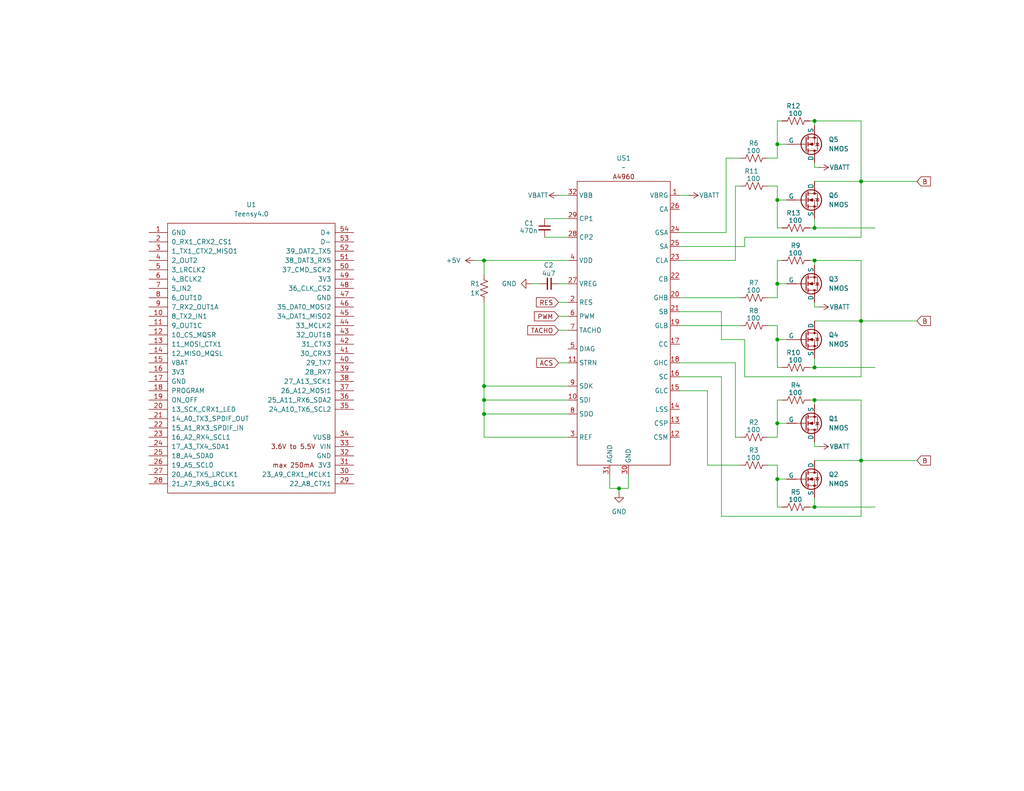
<source format=kicad_sch>
(kicad_sch (version 20231120) (generator "eeschema") (generator_version "8.0")
  (paper "USLetter")
  (title_block (title "2023ESC") (date "2024-02-28") (rev "V0.1") (company "Robocats"))
  (lib_symbols
    (symbol "2023Symbols:A4960"
      (property "Reference" "US" (at 0 42.164 0))
      (symbol "A4960_0_1"
        (rectangle (start -12.7 38.1) (end 12.7 -39.37))
      )
      (symbol "A4960_1_1"
        (text "A4960" (at 0 39.37 0) (effects (font (size 1.27 1.27))))
        (pin unspecified line (at 15.24 34.29 180) (length 2.54) (name "VBRG") (number "1"))
        (pin unspecified line (at -15.24 -21.59 0) (length 2.54) (name "SDI") (number "10"))
        (pin unspecified line (at -15.24 -11.43 0) (length 2.54) (name "STRN") (number "11"))
        (pin unspecified line (at 15.24 -31.75 180) (length 2.54) (name "CSM") (number "12"))
        (pin unspecified line (at 15.24 -27.94 180) (length 2.54) (name "CSP") (number "13"))
        (pin unspecified line (at 15.24 -24.13 180) (length 2.54) (name "LSS") (number "14"))
        (pin unspecified line (at 15.24 -19.05 180) (length 2.54) (name "GLC") (number "15"))
        (pin unspecified line (at 15.24 -15.24 180) (length 2.54) (name "SC") (number "16"))
        (pin unspecified line (at 15.24 -6.35 180) (length 2.54) (name "CC") (number "17"))
        (pin unspecified line (at 15.24 -11.43 180) (length 2.54) (name "GHC") (number "18"))
        (pin unspecified line (at 15.24 -1.27 180) (length 2.54) (name "GLB") (number "19"))
        (pin unspecified line (at -15.24 5.08 0) (length 2.54) (name "RES") (number "2"))
        (pin unspecified line (at 15.24 6.35 180) (length 2.54) (name "GHB") (number "20"))
        (pin unspecified line (at 15.24 2.54 180) (length 2.54) (name "SB") (number "21"))
        (pin unspecified line (at 15.24 11.43 180) (length 2.54) (name "CB") (number "22"))
        (pin unspecified line (at 15.24 16.51 180) (length 2.54) (name "CLA") (number "23"))
        (pin unspecified line (at 15.24 24.13 180) (length 2.54) (name "GSA") (number "24"))
        (pin unspecified line (at 15.24 20.32 180) (length 2.54) (name "SA") (number "25"))
        (pin unspecified line (at 15.24 30.48 180) (length 2.54) (name "CA") (number "26"))
        (pin unspecified line (at -15.24 10.16 0) (length 2.54) (name "VREG") (number "27"))
        (pin unspecified line (at -15.24 22.86 0) (length 2.54) (name "CP2") (number "28"))
        (pin unspecified line (at -15.24 27.94 0) (length 2.54) (name "CP1") (number "29"))
        (pin unspecified line (at -15.24 -31.75 0) (length 2.54) (name "REF") (number "3"))
        (pin unspecified line (at 1.27 -41.91 90) (length 2.54) (name "GND") (number "30"))
        (pin unspecified line (at -3.81 -41.91 90) (length 2.54) (name "AGND") (number "31"))
        (pin unspecified line (at -15.24 34.29 0) (length 2.54) (name "VBB") (number "32"))
        (pin unspecified line (at -15.24 16.51 0) (length 2.54) (name "VDD") (number "4"))
        (pin unspecified line (at -15.24 -7.62 0) (length 2.54) (name "DIAG") (number "5"))
        (pin unspecified line (at -15.24 1.27 0) (length 2.54) (name "PWM") (number "6"))
        (pin unspecified line (at -15.24 -2.54 0) (length 2.54) (name "TACHO") (number "7"))
        (pin unspecified line (at -15.24 -25.4 0) (length 2.54) (name "SDO") (number "8"))
        (pin unspecified line (at -15.24 -17.78 0) (length 2.54) (name "SDK") (number "9"))
      )
    )
    (symbol "2023Symbols:Teensy4.0" (pin_names (offset 1.016))
      (property "Reference" "U" (at 0 39.37 0))
      (property "Value" "Teensy4.0" (at 0 -39.37 0))
      (symbol "Teensy4.0_0_0"
        (text "3.6V to 5.5V" (at 11.43 -24.13 0) (effects (font (size 1.27 1.27))))
        (text "max 250mA" (at 11.43 -29.21 0) (effects (font (size 1.27 1.27))))
        (pin bidirectional line (at -27.94 11.43 0) (length 5.08) (name "8_TX2_IN1") (number "10"))
        (pin bidirectional line (at -27.94 8.89 0) (length 5.08) (name "9_OUT1C") (number "11"))
        (pin bidirectional line (at -27.94 6.35 0) (length 5.08) (name "10_CS_MQSR") (number "12"))
        (pin bidirectional line (at -27.94 3.81 0) (length 5.08) (name "11_MOSI_CTX1") (number "13"))
        (pin bidirectional line (at -27.94 1.27 0) (length 5.08) (name "12_MISO_MQSL") (number "14"))
        (pin power_in line (at -27.94 -1.27 0) (length 5.08) (name "VBAT") (number "15"))
        (pin power_in line (at -27.94 -3.81 0) (length 5.08) (name "3V3") (number "16"))
        (pin power_in line (at -27.94 -6.35 0) (length 5.08) (name "GND") (number "17"))
        (pin input line (at -27.94 -8.89 0) (length 5.08) (name "PROGRAM") (number "18"))
        (pin input line (at -27.94 -11.43 0) (length 5.08) (name "ON_OFF") (number "19"))
        (pin bidirectional line (at -27.94 -13.97 0) (length 5.08) (name "13_SCK_CRX1_LED") (number "20"))
        (pin bidirectional line (at -27.94 -16.51 0) (length 5.08) (name "14_A0_TX3_SPDIF_OUT") (number "21"))
        (pin bidirectional line (at -27.94 -19.05 0) (length 5.08) (name "15_A1_RX3_SPDIF_IN") (number "22"))
        (pin bidirectional line (at -27.94 -21.59 0) (length 5.08) (name "16_A2_RX4_SCL1") (number "23"))
        (pin bidirectional line (at -27.94 -24.13 0) (length 5.08) (name "17_A3_TX4_SDA1") (number "24"))
        (pin bidirectional line (at -27.94 -26.67 0) (length 5.08) (name "18_A4_SDA0") (number "25"))
        (pin bidirectional line (at -27.94 -29.21 0) (length 5.08) (name "19_A5_SCL0") (number "26"))
        (pin bidirectional line (at -27.94 -31.75 0) (length 5.08) (name "20_A6_TX5_LRCLK1") (number "27"))
        (pin bidirectional line (at -27.94 -34.29 0) (length 5.08) (name "21_A7_RX5_BCLK1") (number "28"))
        (pin bidirectional line (at 27.94 -34.29 180) (length 5.08) (name "22_A8_CTX1") (number "29"))
        (pin bidirectional line (at 27.94 -31.75 180) (length 5.08) (name "23_A9_CRX1_MCLK1") (number "30"))
        (pin power_out line (at 27.94 -29.21 180) (length 5.08) (name "3V3") (number "31"))
        (pin power_in line (at 27.94 -26.67 180) (length 5.08) (name "GND") (number "32"))
        (pin power_in line (at 27.94 -24.13 180) (length 5.08) (name "VIN") (number "33"))
        (pin power_out line (at 27.94 -21.59 180) (length 5.08) (name "VUSB") (number "34"))
        (pin bidirectional line (at 27.94 -13.97 180) (length 5.08) (name "24_A10_TX6_SCL2") (number "35"))
        (pin bidirectional line (at 27.94 -11.43 180) (length 5.08) (name "25_A11_RX6_SDA2") (number "36"))
        (pin bidirectional line (at 27.94 -8.89 180) (length 5.08) (name "26_A12_MOSI1") (number "37"))
        (pin bidirectional line (at 27.94 -6.35 180) (length 5.08) (name "27_A13_SCK1") (number "38"))
        (pin bidirectional line (at 27.94 -3.81 180) (length 5.08) (name "28_RX7") (number "39"))
        (pin bidirectional line (at 27.94 -1.27 180) (length 5.08) (name "29_TX7") (number "40"))
        (pin bidirectional line (at 27.94 1.27 180) (length 5.08) (name "30_CRX3") (number "41"))
        (pin bidirectional line (at 27.94 3.81 180) (length 5.08) (name "31_CTX3") (number "42"))
        (pin bidirectional line (at 27.94 6.35 180) (length 5.08) (name "32_OUT1B") (number "43"))
        (pin bidirectional line (at 27.94 8.89 180) (length 5.08) (name "33_MCLK2") (number "44"))
        (pin bidirectional line (at 27.94 11.43 180) (length 5.08) (name "34_DAT1_MISO2") (number "45"))
        (pin bidirectional line (at 27.94 13.97 180) (length 5.08) (name "35_DAT0_MOSI2") (number "46"))
        (pin power_out line (at 27.94 16.51 180) (length 5.08) (name "GND") (number "47"))
        (pin bidirectional line (at 27.94 19.05 180) (length 5.08) (name "36_CLK_CS2") (number "48"))
        (pin power_out line (at 27.94 21.59 180) (length 5.08) (name "3V3") (number "49"))
        (pin bidirectional line (at -27.94 24.13 0) (length 5.08) (name "3_LRCLK2") (number "5"))
        (pin bidirectional line (at 27.94 24.13 180) (length 5.08) (name "37_CMD_SCK2") (number "50"))
        (pin bidirectional line (at 27.94 26.67 180) (length 5.08) (name "38_DAT3_RX5") (number "51"))
        (pin bidirectional line (at 27.94 29.21 180) (length 5.08) (name "39_DAT2_TX5") (number "52"))
        (pin bidirectional line (at 27.94 31.75 180) (length 5.08) (name "D-") (number "53"))
        (pin bidirectional line (at 27.94 34.29 180) (length 5.08) (name "D+") (number "54"))
        (pin bidirectional line (at -27.94 21.59 0) (length 5.08) (name "4_BCLK2") (number "6"))
        (pin bidirectional line (at -27.94 19.05 0) (length 5.08) (name "5_IN2") (number "7"))
        (pin bidirectional line (at -27.94 16.51 0) (length 5.08) (name "6_OUT1D") (number "8"))
        (pin bidirectional line (at -27.94 13.97 0) (length 5.08) (name "7_RX2_OUT1A") (number "9"))
      )
      (symbol "Teensy4.0_0_1"
        (rectangle (start -22.86 36.83) (end 22.86 -36.83))
        (rectangle (start -20.32 -31.75) (end -20.32 -31.75))
      )
      (symbol "Teensy4.0_1_1"
        (pin power_in line (at -27.94 34.29 0) (length 5.08) (name "GND") (number "1"))
        (pin bidirectional line (at -27.94 31.75 0) (length 5.08) (name "0_RX1_CRX2_CS1") (number "2"))
        (pin bidirectional line (at -27.94 29.21 0) (length 5.08) (name "1_TX1_CTX2_MISO1") (number "3"))
        (pin bidirectional line (at -27.94 26.67 0) (length 5.08) (name "2_OUT2") (number "4"))
      )
    )
    (symbol "Device:C_Small" (pin_numbers hide) (pin_names (offset 0.254) hide)
      (property "Reference" "C" (at 0.254 1.778 0))
      (property "Value" "C_Small" (at 0.254 -2.032 0))
      (symbol "C_Small_0_1"
        (polyline (pts (xy -1.524 -0.508) (xy 1.524 -0.508)) (stroke (width 0.3302)))
        (polyline (pts (xy -1.524 0.508) (xy 1.524 0.508)) (stroke (width 0.3048)))
      )
      (symbol "C_Small_1_1"
        (pin passive line (at 0 2.54 270) (length 2.032) (name "~") (number "1"))
        (pin passive line (at 0 -2.54 90) (length 2.032) (name "~") (number "2"))
      )
    )
    (symbol "Device:R_US" (pin_numbers hide) (pin_names (offset 0))
      (property "Reference" "R" (at 2.54 0 90))
      (property "Value" "R_US" (at -2.54 0 90))
      (symbol "R_US_0_1"
        (polyline (pts (xy 0 -2.286) (xy 0 -2.54)))
        (polyline (pts (xy 0 2.286) (xy 0 2.54)))
        (polyline (pts (xy 0 -0.762) (xy 1.016 -1.143) (xy 0 -1.524) (xy -1.016 -1.905) (xy 0 -2.286)))
        (polyline (pts (xy 0 0.762) (xy 1.016 0.381) (xy 0 0) (xy -1.016 -0.381) (xy 0 -0.762)))
        (polyline (pts (xy 0 2.286) (xy 1.016 1.905) (xy 0 1.524) (xy -1.016 1.143) (xy 0 0.762)))
      )
      (symbol "R_US_1_1"
        (pin passive line (at 0 3.81 270) (length 1.27) (name "~") (number "1"))
        (pin passive line (at 0 -3.81 90) (length 1.27) (name "~") (number "2"))
      )
    )
    (symbol "Simulation_SPICE:NMOS" (pin_numbers hide) (pin_names (offset 0))
      (property "Reference" "Q" (at 5.08 1.27 0))
      (property "Value" "NMOS" (at 5.08 -1.27 0))
      (symbol "NMOS_0_1"
        (polyline (pts (xy 0.254 0) (xy -2.54 0)))
        (polyline (pts (xy 0.254 1.905) (xy 0.254 -1.905)) (stroke (width 0.254)))
        (polyline (pts (xy 0.762 -1.27) (xy 0.762 -2.286)) (stroke (width 0.254)))
        (polyline (pts (xy 0.762 0.508) (xy 0.762 -0.508)) (stroke (width 0.254)))
        (polyline (pts (xy 0.762 2.286) (xy 0.762 1.27)) (stroke (width 0.254)))
        (polyline (pts (xy 2.54 2.54) (xy 2.54 1.778)))
        (polyline (pts (xy 2.54 -2.54) (xy 2.54 0) (xy 0.762 0)))
        (polyline (pts (xy 0.762 -1.778) (xy 3.302 -1.778) (xy 3.302 1.778) (xy 0.762 1.778)))
        (polyline (pts (xy 1.016 0) (xy 2.032 0.381) (xy 2.032 -0.381) (xy 1.016 0)) (fill (type outline)))
        (polyline (pts (xy 2.794 0.508) (xy 2.921 0.381) (xy 3.683 0.381) (xy 3.81 0.254)))
        (polyline (pts (xy 3.302 0.381) (xy 2.921 -0.254) (xy 3.683 -0.254) (xy 3.302 0.381)))
        (circle (center 1.651 0) (radius 2.794) (stroke (width 0.254)))
        (circle (center 2.54 -1.778) (radius 0.254) (fill (type outline)))
        (circle (center 2.54 1.778) (radius 0.254) (fill (type outline)))
      )
      (symbol "NMOS_1_1"
        (pin passive line (at 2.54 5.08 270) (length 2.54) (name "D") (number "1"))
        (pin input line (at -5.08 0 0) (length 2.54) (name "G") (number "2"))
        (pin passive line (at 2.54 -5.08 90) (length 2.54) (name "S") (number "3"))
      )
    )
    (symbol "power:+5V" (power) (pin_numbers hide) (pin_names (offset 0) hide)
      (property "Value" "+5V" (at 0 3.556 0))
      (symbol "+5V_0_1"
        (polyline (pts (xy -0.762 1.27) (xy 0 2.54)))
        (polyline (pts (xy 0 0) (xy 0 2.54)))
        (polyline (pts (xy 0 2.54) (xy 0.762 1.27)))
      )
      (symbol "+5V_1_1"
        (pin power_in line (at 0 0 90) (length 0) (name "~") (number "1"))
      )
    )
    (symbol "power:GND" (power) (pin_numbers hide) (pin_names (offset 0) hide)
      (property "Value" "GND" (at 0 -3.81 0))
      (symbol "GND_0_1"
        (polyline (pts (xy 0 0) (xy 0 -1.27) (xy 1.27 -1.27) (xy 0 -2.54) (xy -1.27 -1.27) (xy 0 -1.27)))
      )
      (symbol "GND_1_1"
        (pin power_in line (at 0 0 270) (length 0) (name "~") (number "1"))
      )
    )
    (symbol "power:VDD" (power) (pin_numbers hide) (pin_names (offset 0) hide)
      (property "Value" "VDD" (at 0 3.556 0))
      (symbol "VDD_0_1"
        (polyline (pts (xy -0.762 1.27) (xy 0 2.54)))
        (polyline (pts (xy 0 0) (xy 0 2.54)))
        (polyline (pts (xy 0 2.54) (xy 0.762 1.27)))
      )
      (symbol "VDD_1_1"
        (pin power_in line (at 0 0 90) (length 0) (name "~") (number "1"))
      )
    )
  )
  (junction (at 222.25 62.23))
  (junction (at 222.25 71.12))
  (junction (at 222.25 138.43))
  (junction (at 168.91 133.35))
  (junction (at 234.95 125.73))
  (junction (at 212.09 39.37))
  (junction (at 212.09 130.81))
  (junction (at 212.09 77.47))
  (junction (at 234.95 87.63))
  (junction (at 212.09 54.61))
  (junction (at 132.08 109.22))
  (junction (at 212.09 92.71))
  (junction (at 132.08 113.03))
  (junction (at 212.09 115.57))
  (junction (at 222.25 109.22))
  (junction (at 234.95 49.53))
  (junction (at 222.25 100.33))
  (junction (at 222.25 33.02))
  (junction (at 132.08 71.12))
  (junction (at 132.08 105.41))
  (wire (pts (xy 222.25 49.53) (xy 234.95 49.53)))
  (wire (pts (xy 222.25 83.82) (xy 223.52 83.82)))
  (wire (pts (xy 212.09 138.43) (xy 213.36 138.43)))
  (wire (pts (xy 222.25 33.02) (xy 222.25 34.29)))
  (wire (pts (xy 234.95 49.53) (xy 250.19 49.53)))
  (wire (pts (xy 212.09 71.12) (xy 213.36 71.12)))
  (wire (pts (xy 209.55 81.28) (xy 212.09 81.28)))
  (wire (pts (xy 171.45 129.54) (xy 171.45 133.35)))
  (wire (pts (xy 198.12 43.18) (xy 198.12 63.5)))
  (wire (pts (xy 234.95 71.12) (xy 234.95 87.63)))
  (wire (pts (xy 203.2 64.77) (xy 234.95 64.77)))
  (wire (pts (xy 185.42 71.12) (xy 200.66 71.12)))
  (wire (pts (xy 152.4 53.34) (xy 154.94 53.34)))
  (wire (pts (xy 185.42 102.87) (xy 196.85 102.87)))
  (wire (pts (xy 222.25 138.43) (xy 238.76 138.43)))
  (wire (pts (xy 132.08 71.12) (xy 154.94 71.12)))
  (wire (pts (xy 132.08 71.12) (xy 132.08 74.93)))
  (wire (pts (xy 152.4 86.36) (xy 154.94 86.36)))
  (wire (pts (xy 185.42 81.28) (xy 201.93 81.28)))
  (wire (pts (xy 222.25 120.65) (xy 222.25 121.92)))
  (wire (pts (xy 212.09 39.37) (xy 212.09 43.18)))
  (wire (pts (xy 200.66 99.06) (xy 200.66 119.38)))
  (wire (pts (xy 234.95 125.73) (xy 250.19 125.73)))
  (wire (pts (xy 222.25 135.89) (xy 222.25 138.43)))
  (wire (pts (xy 209.55 119.38) (xy 212.09 119.38)))
  (wire (pts (xy 196.85 140.97) (xy 234.95 140.97)))
  (wire (pts (xy 166.37 133.35) (xy 168.91 133.35)))
  (wire (pts (xy 222.25 121.92) (xy 223.52 121.92)))
  (wire (pts (xy 222.25 62.23) (xy 238.76 62.23)))
  (wire (pts (xy 129.54 71.12) (xy 132.08 71.12)))
  (wire (pts (xy 222.25 125.73) (xy 234.95 125.73)))
  (wire (pts (xy 132.08 109.22) (xy 132.08 113.03)))
  (wire (pts (xy 234.95 64.77) (xy 234.95 49.53)))
  (wire (pts (xy 132.08 105.41) (xy 132.08 109.22)))
  (wire (pts (xy 132.08 119.38) (xy 154.94 119.38)))
  (wire (pts (xy 212.09 115.57) (xy 212.09 109.22)))
  (wire (pts (xy 222.25 109.22) (xy 222.25 110.49)))
  (wire (pts (xy 203.2 92.71) (xy 196.85 92.71)))
  (wire (pts (xy 201.93 43.18) (xy 198.12 43.18)))
  (wire (pts (xy 234.95 102.87) (xy 234.95 87.63)))
  (wire (pts (xy 234.95 33.02) (xy 234.95 49.53)))
  (wire (pts (xy 222.25 44.45) (xy 222.25 45.72)))
  (wire (pts (xy 212.09 130.81) (xy 214.63 130.81)))
  (wire (pts (xy 222.25 87.63) (xy 234.95 87.63)))
  (wire (pts (xy 222.25 97.79) (xy 222.25 100.33)))
  (wire (pts (xy 185.42 67.31) (xy 203.2 67.31)))
  (wire (pts (xy 222.25 109.22) (xy 234.95 109.22)))
  (wire (pts (xy 209.55 127) (xy 212.09 127)))
  (wire (pts (xy 201.93 127) (xy 193.04 127)))
  (wire (pts (xy 212.09 127) (xy 212.09 130.81)))
  (wire (pts (xy 234.95 109.22) (xy 234.95 125.73)))
  (wire (pts (xy 220.98 33.02) (xy 222.25 33.02)))
  (wire (pts (xy 212.09 115.57) (xy 214.63 115.57)))
  (wire (pts (xy 209.55 43.18) (xy 212.09 43.18)))
  (wire (pts (xy 222.25 59.69) (xy 222.25 62.23)))
  (wire (pts (xy 185.42 99.06) (xy 200.66 99.06)))
  (wire (pts (xy 212.09 100.33) (xy 213.36 100.33)))
  (wire (pts (xy 132.08 105.41) (xy 154.94 105.41)))
  (wire (pts (xy 212.09 39.37) (xy 212.09 33.02)))
  (wire (pts (xy 234.95 140.97) (xy 234.95 125.73)))
  (wire (pts (xy 212.09 50.8) (xy 212.09 54.61)))
  (wire (pts (xy 168.91 133.35) (xy 168.91 134.62)))
  (wire (pts (xy 152.4 90.17) (xy 154.94 90.17)))
  (wire (pts (xy 220.98 100.33) (xy 222.25 100.33)))
  (wire (pts (xy 234.95 87.63) (xy 250.19 87.63)))
  (wire (pts (xy 212.09 109.22) (xy 213.36 109.22)))
  (wire (pts (xy 168.91 133.35) (xy 171.45 133.35)))
  (wire (pts (xy 203.2 67.31) (xy 203.2 64.77)))
  (wire (pts (xy 185.42 88.9) (xy 201.93 88.9)))
  (wire (pts (xy 212.09 62.23) (xy 213.36 62.23)))
  (wire (pts (xy 193.04 106.68) (xy 185.42 106.68)))
  (wire (pts (xy 212.09 92.71) (xy 214.63 92.71)))
  (wire (pts (xy 132.08 113.03) (xy 132.08 119.38)))
  (wire (pts (xy 212.09 77.47) (xy 212.09 81.28)))
  (wire (pts (xy 166.37 129.54) (xy 166.37 133.35)))
  (wire (pts (xy 212.09 92.71) (xy 212.09 100.33)))
  (wire (pts (xy 220.98 138.43) (xy 222.25 138.43)))
  (wire (pts (xy 212.09 77.47) (xy 214.63 77.47)))
  (wire (pts (xy 212.09 115.57) (xy 212.09 119.38)))
  (wire (pts (xy 212.09 33.02) (xy 213.36 33.02)))
  (wire (pts (xy 220.98 109.22) (xy 222.25 109.22)))
  (wire (pts (xy 212.09 54.61) (xy 212.09 62.23)))
  (wire (pts (xy 200.66 119.38) (xy 201.93 119.38)))
  (wire (pts (xy 185.42 85.09) (xy 196.85 85.09)))
  (wire (pts (xy 209.55 50.8) (xy 212.09 50.8)))
  (wire (pts (xy 152.4 99.06) (xy 154.94 99.06)))
  (wire (pts (xy 198.12 63.5) (xy 185.42 63.5)))
  (wire (pts (xy 203.2 102.87) (xy 203.2 92.71)))
  (wire (pts (xy 234.95 102.87) (xy 203.2 102.87)))
  (wire (pts (xy 222.25 71.12) (xy 234.95 71.12)))
  (wire (pts (xy 200.66 50.8) (xy 200.66 71.12)))
  (wire (pts (xy 212.09 88.9) (xy 212.09 92.71)))
  (wire (pts (xy 193.04 127) (xy 193.04 106.68)))
  (wire (pts (xy 220.98 71.12) (xy 222.25 71.12)))
  (wire (pts (xy 148.59 64.77) (xy 154.94 64.77)))
  (wire (pts (xy 222.25 45.72) (xy 223.52 45.72)))
  (wire (pts (xy 196.85 92.71) (xy 196.85 85.09)))
  (wire (pts (xy 212.09 39.37) (xy 214.63 39.37)))
  (wire (pts (xy 222.25 71.12) (xy 222.25 72.39)))
  (wire (pts (xy 201.93 50.8) (xy 200.66 50.8)))
  (wire (pts (xy 212.09 130.81) (xy 212.09 138.43)))
  (wire (pts (xy 222.25 82.55) (xy 222.25 83.82)))
  (wire (pts (xy 148.59 59.69) (xy 154.94 59.69)))
  (wire (pts (xy 196.85 102.87) (xy 196.85 140.97)))
  (wire (pts (xy 220.98 62.23) (xy 222.25 62.23)))
  (wire (pts (xy 144.78 77.47) (xy 147.32 77.47)))
  (wire (pts (xy 187.96 53.34) (xy 185.42 53.34)))
  (wire (pts (xy 222.25 100.33) (xy 238.76 100.33)))
  (wire (pts (xy 152.4 77.47) (xy 154.94 77.47)))
  (wire (pts (xy 222.25 33.02) (xy 234.95 33.02)))
  (wire (pts (xy 209.55 88.9) (xy 212.09 88.9)))
  (wire (pts (xy 132.08 109.22) (xy 154.94 109.22)))
  (wire (pts (xy 132.08 82.55) (xy 132.08 105.41)))
  (wire (pts (xy 152.4 82.55) (xy 154.94 82.55)))
  (wire (pts (xy 132.08 113.03) (xy 154.94 113.03)))
  (wire (pts (xy 212.09 77.47) (xy 212.09 71.12)))
  (wire (pts (xy 212.09 54.61) (xy 214.63 54.61)))
  (global_label "PWM" (shape input) (at 152.4 86.36 180) (property "Intersheetrefs" "${INTERSHEET_REFS}" (effects (hide yes))))
  (global_label "B" (shape input) (at 250.19 87.63 0) (property "Intersheetrefs" "${INTERSHEET_REFS}" (effects (hide yes))))
  (global_label "RES" (shape input) (at 152.4 82.55 180) (property "Intersheetrefs" "${INTERSHEET_REFS}" (effects (hide yes))))
  (global_label "B" (shape input) (at 250.19 125.73 0) (property "Intersheetrefs" "${INTERSHEET_REFS}" (effects (hide yes))))
  (global_label "B" (shape input) (at 250.19 49.53 0) (property "Intersheetrefs" "${INTERSHEET_REFS}" (effects (hide yes))))
  (global_label "TACHO" (shape input) (at 152.4 90.17 180) (property "Intersheetrefs" "${INTERSHEET_REFS}" (effects (hide yes))))
  (global_label "ACS" (shape input) (at 152.4 99.06 180) (property "Intersheetrefs" "${INTERSHEET_REFS}" (effects (hide yes))))
  (symbol (lib_id "Device:R_US") (at 217.17 100.33 90) (unit 1)
    (property "Reference" "R10" (at 218.44 96.266 90) (effects (justify left)))
    (property "Value" "100" (at 218.948 98.298 90) (effects (justify left)))
    (property "Description" "Resistor, US symbol" (effects (hide yes)))
  )
  (symbol (lib_id "2023Symbols:Teensy4.0") (at 68.58 97.79 0) (unit 1)
    (property "Reference" "U1" (at 68.58 55.88 0))
    (property "Value" "Teensy4.0" (at 68.58 58.42 0))
  )
  (symbol (lib_id "Device:R_US") (at 205.74 50.8 90) (unit 1)
    (property "Reference" "R11" (at 207.01 46.736 90) (effects (justify left)))
    (property "Value" "100" (at 207.518 48.768 90) (effects (justify left)))
    (property "Description" "Resistor, US symbol" (effects (hide yes)))
  )
  (symbol (lib_id "Device:C_Small") (at 148.59 62.23 0) (unit 1)
    (property "Reference" "C1" (at 143.002 60.96 0) (effects (justify left)))
    (property "Value" "470n" (at 141.732 62.992 0) (effects (justify left)))
    (property "Description" "Unpolarized capacitor, small symbol" (effects (hide yes)))
  )
  (symbol (lib_id "Device:R_US") (at 205.74 81.28 90) (unit 1)
    (property "Reference" "R7" (at 207.01 77.216 90) (effects (justify left)))
    (property "Value" "100" (at 207.518 79.248 90) (effects (justify left)))
    (property "Description" "Resistor, US symbol" (effects (hide yes)))
  )
  (symbol (lib_id "Device:R_US") (at 132.08 78.74 0) (unit 1)
    (property "Reference" "R1" (at 128.27 77.47 0) (effects (justify left)))
    (property "Value" "1K" (at 128.27 80.0101 0) (effects (justify left)))
    (property "Description" "Resistor, US symbol" (effects (hide yes)))
  )
  (symbol (lib_id "Device:R_US") (at 217.17 71.12 90) (unit 1)
    (property "Reference" "R9" (at 218.44 67.056 90) (effects (justify left)))
    (property "Value" "100" (at 218.948 69.088 90) (effects (justify left)))
    (property "Description" "Resistor, US symbol" (effects (hide yes)))
  )
  (symbol (lib_id "power:VDD") (at 223.52 45.72 270) (unit 1)
    (property "Reference" "#PWR08" (effects (hide yes)))
    (property "Value" "VBATT" (at 229.108 45.72 90))
    (property "Description" "Power symbol creates a global label with name \"VDD\"" (effects (hide yes)))
  )
  (symbol (lib_id "power:GND") (at 168.91 134.62 0) (unit 1)
    (property "Reference" "#PWR06" (effects (hide yes)))
    (property "Value" "GND" (at 168.91 139.7 0))
    (property "Description" "Power symbol creates a global label with name \"GND\" , ground" (effects (hide yes)))
  )
  (symbol (lib_id "power:GND") (at 144.78 77.47 270) (unit 1)
    (property "Reference" "#PWR01" (effects (hide yes)))
    (property "Value" "GND" (at 140.97 77.4699 90) (effects (justify right)))
    (property "Description" "Power symbol creates a global label with name \"GND\" , ground" (effects (hide yes)))
  )
  (symbol (lib_id "Simulation_SPICE:NMOS") (at 219.71 92.71 0) (unit 1)
    (property "Reference" "Q4" (at 226.06 91.4399 0) (effects (justify left)))
    (property "Value" "NMOS" (at 226.06 93.9799 0) (effects (justify left)))
    (property "Datasheet" "https://ngspice.sourceforge.io/docs/ngspice-html-manual/manual.xhtml#cha_MOSFETs" (effects (hide yes)))
    (property "Description" "N-MOSFET transistor, drain/source/gate" (effects (hide yes)))
    (property "Sim.Device" "NMOS" (effects (hide yes)))
    (property "Sim.Type" "VDMOS" (effects (hide yes)))
    (property "Sim.Pins" "1=D 2=G 3=S" (effects (hide yes)))
  )
  (symbol (lib_id "power:VDD") (at 223.52 121.92 270) (unit 1)
    (property "Reference" "#PWR07" (effects (hide yes)))
    (property "Value" "VBATT" (at 229.108 121.92 90))
    (property "Description" "Power symbol creates a global label with name \"VDD\"" (effects (hide yes)))
  )
  (symbol (lib_id "Device:R_US") (at 205.74 88.9 90) (unit 1)
    (property "Reference" "R8" (at 207.01 84.836 90) (effects (justify left)))
    (property "Value" "100" (at 207.518 86.868 90) (effects (justify left)))
    (property "Description" "Resistor, US symbol" (effects (hide yes)))
  )
  (symbol (lib_id "Device:R_US") (at 205.74 119.38 90) (unit 1)
    (property "Reference" "R2" (at 207.01 115.316 90) (effects (justify left)))
    (property "Value" "100" (at 207.518 117.348 90) (effects (justify left)))
    (property "Description" "Resistor, US symbol" (effects (hide yes)))
  )
  (symbol (lib_id "Device:R_US") (at 217.17 138.43 90) (unit 1)
    (property "Reference" "R5" (at 218.44 134.366 90) (effects (justify left)))
    (property "Value" "100" (at 218.948 136.398 90) (effects (justify left)))
    (property "Description" "Resistor, US symbol" (effects (hide yes)))
  )
  (symbol (lib_id "Simulation_SPICE:NMOS") (at 219.71 130.81 0) (unit 1)
    (property "Reference" "Q2" (at 226.06 129.5399 0) (effects (justify left)))
    (property "Value" "NMOS" (at 226.06 132.0799 0) (effects (justify left)))
    (property "Datasheet" "https://ngspice.sourceforge.io/docs/ngspice-html-manual/manual.xhtml#cha_MOSFETs" (effects (hide yes)))
    (property "Description" "N-MOSFET transistor, drain/source/gate" (effects (hide yes)))
    (property "Sim.Device" "NMOS" (effects (hide yes)))
    (property "Sim.Type" "VDMOS" (effects (hide yes)))
    (property "Sim.Pins" "1=D 2=G 3=S" (effects (hide yes)))
  )
  (symbol (lib_id "Device:R_US") (at 217.17 109.22 90) (unit 1)
    (property "Reference" "R4" (at 218.44 105.156 90) (effects (justify left)))
    (property "Value" "100" (at 218.948 107.188 90) (effects (justify left)))
    (property "Description" "Resistor, US symbol" (effects (hide yes)))
  )
  (symbol (lib_id "Simulation_SPICE:NMOS") (at 219.71 115.57 0) (mirror x) (unit 1)
    (property "Reference" "Q1" (at 226.06 114.3 0) (effects (justify left)))
    (property "Value" "NMOS" (at 226.06 116.84 0) (effects (justify left)))
    (property "Datasheet" "https://ngspice.sourceforge.io/docs/ngspice-html-manual/manual.xhtml#cha_MOSFETs" (effects (hide yes)))
    (property "Description" "N-MOSFET transistor, drain/source/gate" (effects (hide yes)))
    (property "Sim.Device" "NMOS" (effects (hide yes)))
    (property "Sim.Type" "VDMOS" (effects (hide yes)))
    (property "Sim.Pins" "1=D 2=G 3=S" (effects (hide yes)))
  )
  (symbol (lib_id "Device:R_US") (at 217.17 62.23 90) (unit 1)
    (property "Reference" "R13" (at 218.44 58.166 90) (effects (justify left)))
    (property "Value" "100" (at 218.948 60.198 90) (effects (justify left)))
    (property "Description" "Resistor, US symbol" (effects (hide yes)))
  )
  (symbol (lib_id "Simulation_SPICE:NMOS") (at 219.71 54.61 0) (unit 1)
    (property "Reference" "Q6" (at 226.06 53.3399 0) (effects (justify left)))
    (property "Value" "NMOS" (at 226.06 55.8799 0) (effects (justify left)))
    (property "Datasheet" "https://ngspice.sourceforge.io/docs/ngspice-html-manual/manual.xhtml#cha_MOSFETs" (effects (hide yes)))
    (property "Description" "N-MOSFET transistor, drain/source/gate" (effects (hide yes)))
    (property "Sim.Device" "NMOS" (effects (hide yes)))
    (property "Sim.Type" "VDMOS" (effects (hide yes)))
    (property "Sim.Pins" "1=D 2=G 3=S" (effects (hide yes)))
  )
  (symbol (lib_id "power:VDD") (at 187.96 53.34 270) (unit 1)
    (property "Reference" "#PWR04" (effects (hide yes)))
    (property "Value" "VBATT" (at 193.548 53.34 90))
    (property "Description" "Power symbol creates a global label with name \"VDD\"" (effects (hide yes)))
  )
  (symbol (lib_id "power:+5V") (at 129.54 71.12 90) (unit 1)
    (property "Reference" "#PWR03" (effects (hide yes)))
    (property "Value" "+5V" (at 125.73 71.1199 90) (effects (justify left)))
    (property "Description" "Power symbol creates a global label with name \"+5V\"" (effects (hide yes)))
  )
  (symbol (lib_id "Device:R_US") (at 205.74 43.18 90) (unit 1)
    (property "Reference" "R6" (at 207.01 39.116 90) (effects (justify left)))
    (property "Value" "100" (at 207.518 41.148 90) (effects (justify left)))
    (property "Description" "Resistor, US symbol" (effects (hide yes)))
  )
  (symbol (lib_id "2023Symbols:A4960") (at 170.18 87.63 0) (unit 1)
    (property "Reference" "US1" (at 170.18 43.18 0))
    (property "Value" "~" (at 170.18 45.72 0))
  )
  (symbol (lib_id "Device:R_US") (at 217.17 33.02 90) (unit 1)
    (property "Reference" "R12" (at 218.44 28.956 90) (effects (justify left)))
    (property "Value" "100" (at 218.948 30.988 90) (effects (justify left)))
    (property "Description" "Resistor, US symbol" (effects (hide yes)))
  )
  (symbol (lib_id "power:VDD") (at 152.4 53.34 90) (unit 1)
    (property "Reference" "#PWR02" (effects (hide yes)))
    (property "Value" "VBATT" (at 146.812 53.34 90))
    (property "Description" "Power symbol creates a global label with name \"VDD\"" (effects (hide yes)))
  )
  (symbol (lib_id "Simulation_SPICE:NMOS") (at 219.71 39.37 0) (mirror x) (unit 1)
    (property "Reference" "Q5" (at 226.06 38.1 0) (effects (justify left)))
    (property "Value" "NMOS" (at 226.06 40.64 0) (effects (justify left)))
    (property "Datasheet" "https://ngspice.sourceforge.io/docs/ngspice-html-manual/manual.xhtml#cha_MOSFETs" (effects (hide yes)))
    (property "Description" "N-MOSFET transistor, drain/source/gate" (effects (hide yes)))
    (property "Sim.Device" "NMOS" (effects (hide yes)))
    (property "Sim.Type" "VDMOS" (effects (hide yes)))
    (property "Sim.Pins" "1=D 2=G 3=S" (effects (hide yes)))
  )
  (symbol (lib_id "Device:R_US") (at 205.74 127 90) (unit 1)
    (property "Reference" "R3" (at 207.01 122.936 90) (effects (justify left)))
    (property "Value" "100" (at 207.518 124.968 90) (effects (justify left)))
    (property "Description" "Resistor, US symbol" (effects (hide yes)))
  )
  (symbol (lib_id "Simulation_SPICE:NMOS") (at 219.71 77.47 0) (mirror x) (unit 1)
    (property "Reference" "Q3" (at 226.06 76.2 0) (effects (justify left)))
    (property "Value" "NMOS" (at 226.06 78.74 0) (effects (justify left)))
    (property "Datasheet" "https://ngspice.sourceforge.io/docs/ngspice-html-manual/manual.xhtml#cha_MOSFETs" (effects (hide yes)))
    (property "Description" "N-MOSFET transistor, drain/source/gate" (effects (hide yes)))
    (property "Sim.Device" "NMOS" (effects (hide yes)))
    (property "Sim.Type" "VDMOS" (effects (hide yes)))
    (property "Sim.Pins" "1=D 2=G 3=S" (effects (hide yes)))
  )
  (symbol (lib_id "power:VDD") (at 223.52 83.82 270) (unit 1)
    (property "Reference" "#PWR05" (effects (hide yes)))
    (property "Value" "VBATT" (at 229.108 83.82 90))
    (property "Description" "Power symbol creates a global label with name \"VDD\"" (effects (hide yes)))
  )
  (symbol (lib_id "Device:C_Small") (at 149.86 77.47 270) (unit 1)
    (property "Reference" "C2" (at 148.336 72.39 90) (effects (justify left)))
    (property "Value" "4u7" (at 147.828 74.676 90) (effects (justify left)))
    (property "Description" "Unpolarized capacitor, small symbol" (effects (hide yes)))
  )
)
</source>
